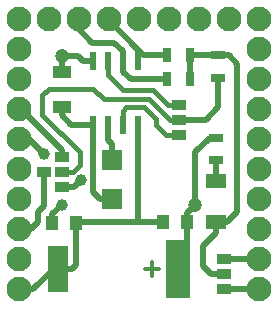
<source format=gbr>
G04 #@! TF.FileFunction,Copper,L1,Top,Signal*
%FSLAX46Y46*%
G04 Gerber Fmt 4.6, Leading zero omitted, Abs format (unit mm)*
G04 Created by KiCad (PCBNEW 4.0.6) date 04/09/19 20:00:22*
%MOMM*%
%LPD*%
G01*
G04 APERTURE LIST*
%ADD10C,0.100000*%
%ADD11C,0.300000*%
%ADD12C,2.100000*%
%ADD13R,1.270000X0.970000*%
%ADD14R,1.800000X1.750000*%
%ADD15R,1.700000X1.300000*%
%ADD16R,0.600000X1.550000*%
%ADD17R,1.300000X0.700000*%
%ADD18R,1.000000X1.250000*%
%ADD19R,0.700000X1.300000*%
%ADD20R,1.600000X1.000000*%
%ADD21R,2.000000X5.000000*%
%ADD22R,1.700000X4.000000*%
%ADD23C,1.200000*%
%ADD24C,1.000000*%
%ADD25C,0.500000*%
%ADD26C,0.400000*%
G04 APERTURE END LIST*
D10*
D11*
X153086028Y-86444143D02*
X151943171Y-86444143D01*
X152514600Y-87015571D02*
X152514600Y-85872714D01*
X153086028Y-86444143D02*
X151943171Y-86444143D01*
X152514600Y-87015571D02*
X152514600Y-85872714D01*
D12*
X161561000Y-67845000D03*
X161561000Y-70385000D03*
X161561000Y-72925000D03*
X161561000Y-75465000D03*
X161561000Y-78005000D03*
X161561000Y-80545000D03*
X161561000Y-83085000D03*
X161561000Y-85625000D03*
X161561000Y-88165000D03*
X161561000Y-65305000D03*
X159021000Y-65305000D03*
X156481000Y-65305000D03*
X153941000Y-65305000D03*
X151401000Y-65305000D03*
X148861000Y-65305000D03*
X146321000Y-65305000D03*
X143781000Y-65305000D03*
X141241000Y-65305000D03*
X141241000Y-67845000D03*
X141241000Y-70385000D03*
X141241000Y-72925000D03*
X141241000Y-75465000D03*
X141241000Y-78005000D03*
X141241000Y-80545000D03*
X141241000Y-83085000D03*
X141241000Y-85625000D03*
X141241000Y-88165000D03*
D13*
X154749800Y-72570200D03*
X154749800Y-73840200D03*
X154749800Y-75110200D03*
D14*
X149111000Y-77244400D03*
X149111000Y-80494400D03*
D15*
X157899400Y-78999000D03*
X157899400Y-82499000D03*
D16*
X147510800Y-74254200D03*
X148780800Y-74254200D03*
X150050800Y-74254200D03*
X151320800Y-74254200D03*
X151320800Y-68854200D03*
X150050800Y-68854200D03*
X148780800Y-68854200D03*
X147510800Y-68854200D03*
D17*
X158102600Y-68369000D03*
X158102600Y-70269000D03*
D18*
X144047000Y-82527000D03*
X146047000Y-82527000D03*
D13*
X158610600Y-88165800D03*
X158610600Y-86895800D03*
X158610600Y-85625800D03*
X154749800Y-72570200D03*
X154749800Y-73840200D03*
X154749800Y-75110200D03*
D19*
X155699800Y-70385800D03*
X153799800Y-70385800D03*
X155699800Y-68303000D03*
X153799800Y-68303000D03*
D20*
X144843800Y-69749400D03*
X144843800Y-72749400D03*
D21*
X154688200Y-86478600D03*
D22*
X144538200Y-86438600D03*
D18*
X155495000Y-82476200D03*
X153395000Y-82476200D03*
D17*
X157899400Y-77228600D03*
X157899400Y-75328600D03*
D13*
X144894600Y-76989800D03*
X144894600Y-78259800D03*
X144894600Y-79529800D03*
X143344600Y-78259800D03*
D23*
X144843800Y-68455400D03*
D24*
X144843800Y-81003000D03*
D23*
X156121400Y-81003000D03*
X156121400Y-81003000D03*
D24*
X144843800Y-81003000D03*
X143341000Y-76735000D03*
X146481000Y-78955000D03*
D25*
X154688200Y-86478600D02*
X154688200Y-85484200D01*
X155495000Y-84067800D02*
X155495000Y-82476200D01*
X154688200Y-84874600D02*
X155495000Y-84067800D01*
X154688200Y-86478600D02*
X154688200Y-84874600D01*
X155495000Y-81680200D02*
X155495000Y-82476200D01*
X156121400Y-81053800D02*
X155495000Y-81680200D01*
X156121400Y-76583400D02*
X156121400Y-81053800D01*
X157376200Y-75328600D02*
X156121400Y-76583400D01*
X157899400Y-75328600D02*
X157376200Y-75328600D01*
X144843800Y-81003000D02*
X144047000Y-81799800D01*
X144047000Y-81799800D02*
X144047000Y-82527000D01*
X144843800Y-69749400D02*
X144843800Y-68455400D01*
X146665000Y-68854200D02*
X146266200Y-68455400D01*
X146266200Y-68455400D02*
X144843800Y-68455400D01*
X147510800Y-68854200D02*
X146665000Y-68854200D01*
X147510800Y-68854200D02*
X146665000Y-68854200D01*
X146266200Y-68455400D02*
X144843800Y-68455400D01*
X146665000Y-68854200D02*
X146266200Y-68455400D01*
X144843800Y-69749400D02*
X144843800Y-68455400D01*
X144047000Y-81799800D02*
X144047000Y-82527000D01*
X144843800Y-81003000D02*
X144047000Y-81799800D01*
X157899400Y-75328600D02*
X157376200Y-75328600D01*
X157376200Y-75328600D02*
X156121400Y-76583400D01*
X156121400Y-76583400D02*
X156121400Y-81053800D01*
X156121400Y-81053800D02*
X155495000Y-81680200D01*
X155495000Y-81680200D02*
X155495000Y-82476200D01*
X154688200Y-86478600D02*
X154688200Y-84874600D01*
X154688200Y-84874600D02*
X155495000Y-84067800D01*
X155495000Y-84067800D02*
X155495000Y-82476200D01*
X154688200Y-86478600D02*
X154688200Y-85484200D01*
X144538200Y-86438600D02*
X144183400Y-86438600D01*
X144183400Y-86438600D02*
X142456200Y-88165800D01*
X142456200Y-88165800D02*
X141237000Y-88165800D01*
X145707400Y-86438600D02*
X144538200Y-86438600D01*
X146063000Y-86083000D02*
X145707400Y-86438600D01*
X146063000Y-82511000D02*
X146063000Y-86083000D01*
X146097800Y-82476200D02*
X146063000Y-82511000D01*
X146097800Y-82476200D02*
X146063000Y-82511000D01*
X146063000Y-82511000D02*
X146063000Y-86083000D01*
X146063000Y-86083000D02*
X145707400Y-86438600D01*
X145707400Y-86438600D02*
X144538200Y-86438600D01*
X142456200Y-88165800D02*
X141237000Y-88165800D01*
X144183400Y-86438600D02*
X142456200Y-88165800D01*
X144538200Y-86438600D02*
X144183400Y-86438600D01*
X151320800Y-82476200D02*
X146097800Y-82476200D01*
X151320800Y-74254200D02*
X151320800Y-82476200D01*
X151320800Y-74254200D02*
X151320800Y-82476200D01*
X151320800Y-82476200D02*
X146097800Y-82476200D01*
X153395000Y-82476200D02*
X151320800Y-82476200D01*
X153395000Y-82476200D02*
X151320800Y-82476200D01*
X144843800Y-73433800D02*
X145664200Y-74254200D01*
X145664200Y-74254200D02*
X147510800Y-74254200D01*
X144843800Y-72749400D02*
X144843800Y-73433800D01*
X148094400Y-80494400D02*
X147510800Y-79910800D01*
X147510800Y-79910800D02*
X147510800Y-74254200D01*
X149111000Y-80494400D02*
X148094400Y-80494400D01*
X149111000Y-80494400D02*
X148094400Y-80494400D01*
X147510800Y-79910800D02*
X147510800Y-74254200D01*
X148094400Y-80494400D02*
X147510800Y-79910800D01*
X144843800Y-72749400D02*
X144843800Y-73433800D01*
X145664200Y-74254200D02*
X147510800Y-74254200D01*
X144843800Y-73433800D02*
X145664200Y-74254200D01*
X155699800Y-68303000D02*
X155765800Y-68369000D01*
X155699800Y-70385800D02*
X155699800Y-68303000D01*
X157899400Y-83390600D02*
X157899400Y-82499000D01*
X156781800Y-84508200D02*
X157899400Y-83390600D01*
X156781800Y-86184600D02*
X156781800Y-84508200D01*
X157493000Y-86895800D02*
X156781800Y-86184600D01*
X158610600Y-86895800D02*
X157493000Y-86895800D01*
X158887400Y-82499000D02*
X159728200Y-81658200D01*
X159728200Y-81658200D02*
X159728200Y-69065000D01*
X157899400Y-82499000D02*
X158887400Y-82499000D01*
X159728200Y-69065000D02*
X159032200Y-68369000D01*
X159032200Y-68369000D02*
X158102600Y-68369000D01*
X155765800Y-68369000D02*
X158102600Y-68369000D01*
X155765800Y-68369000D02*
X158102600Y-68369000D01*
X159032200Y-68369000D02*
X158102600Y-68369000D01*
X159728200Y-69065000D02*
X159032200Y-68369000D01*
X157899400Y-82499000D02*
X158887400Y-82499000D01*
X159728200Y-81658200D02*
X159728200Y-69065000D01*
X158887400Y-82499000D02*
X159728200Y-81658200D01*
X158610600Y-86895800D02*
X157493000Y-86895800D01*
X157493000Y-86895800D02*
X156781800Y-86184600D01*
X156781800Y-86184600D02*
X156781800Y-84508200D01*
X156781800Y-84508200D02*
X157899400Y-83390600D01*
X157899400Y-83390600D02*
X157899400Y-82499000D01*
X155699800Y-70385800D02*
X155699800Y-68303000D01*
X155699800Y-68303000D02*
X155765800Y-68369000D01*
X150050800Y-68023600D02*
X150050800Y-68854200D01*
X149314200Y-67287000D02*
X150050800Y-68023600D01*
X147434600Y-67287000D02*
X149314200Y-67287000D01*
X146317000Y-66169400D02*
X147434600Y-67287000D01*
X146317000Y-65204200D02*
X146317000Y-66169400D01*
X150050800Y-69750800D02*
X150685800Y-70385800D01*
X150685800Y-70385800D02*
X153799800Y-70385800D01*
X150050800Y-68854200D02*
X150050800Y-69750800D01*
X150050800Y-68854200D02*
X150050800Y-69750800D01*
X150685800Y-70385800D02*
X153799800Y-70385800D01*
X150050800Y-69750800D02*
X150685800Y-70385800D01*
X146317000Y-65204200D02*
X146317000Y-66169400D01*
X146317000Y-66169400D02*
X147434600Y-67287000D01*
X147434600Y-67287000D02*
X149314200Y-67287000D01*
X149314200Y-67287000D02*
X150050800Y-68023600D01*
X150050800Y-68023600D02*
X150050800Y-68854200D01*
X151320800Y-67871200D02*
X151320800Y-68854200D01*
X148857000Y-65407400D02*
X151320800Y-67871200D01*
X148857000Y-65204200D02*
X148857000Y-65407400D01*
X151752600Y-68303000D02*
X151320800Y-67871200D01*
X153799800Y-68303000D02*
X151752600Y-68303000D01*
X153799800Y-68303000D02*
X151752600Y-68303000D01*
X151752600Y-68303000D02*
X151320800Y-67871200D01*
X148857000Y-65204200D02*
X148857000Y-65407400D01*
X148857000Y-65407400D02*
X151320800Y-67871200D01*
X151320800Y-67871200D02*
X151320800Y-68854200D01*
X149238000Y-77117400D02*
X149111000Y-77244400D01*
X148780800Y-75542000D02*
X149111000Y-75872200D01*
X149111000Y-75872200D02*
X149111000Y-77244400D01*
X148780800Y-74254200D02*
X148780800Y-75542000D01*
X148780800Y-74254200D02*
X148780800Y-75542000D01*
X149111000Y-75872200D02*
X149111000Y-77244400D01*
X148780800Y-75542000D02*
X149111000Y-75872200D01*
X149238000Y-77117400D02*
X149111000Y-77244400D01*
D26*
X150050800Y-73052800D02*
X150050800Y-74254200D01*
X150330200Y-72773400D02*
X150050800Y-73052800D01*
X151803400Y-72773400D02*
X150330200Y-72773400D01*
X152819400Y-73789400D02*
X151803400Y-72773400D01*
X152819400Y-74246600D02*
X152819400Y-73789400D01*
X153683000Y-75110200D02*
X152819400Y-74246600D01*
X154749800Y-75110200D02*
X153683000Y-75110200D01*
X154749800Y-75110200D02*
X153683000Y-75110200D01*
X153683000Y-75110200D02*
X152819400Y-74246600D01*
X152819400Y-74246600D02*
X152819400Y-73789400D01*
X152819400Y-73789400D02*
X151803400Y-72773400D01*
X151803400Y-72773400D02*
X150330200Y-72773400D01*
X150330200Y-72773400D02*
X150050800Y-73052800D01*
X150050800Y-73052800D02*
X150050800Y-74254200D01*
X148780800Y-70004800D02*
X148780800Y-68854200D01*
X150076200Y-71300200D02*
X148780800Y-70004800D01*
X152565400Y-71300200D02*
X150076200Y-71300200D01*
X153835400Y-72570200D02*
X152565400Y-71300200D01*
X154749800Y-72570200D02*
X153835400Y-72570200D01*
X154749800Y-72570200D02*
X153835400Y-72570200D01*
X153835400Y-72570200D02*
X152565400Y-71300200D01*
X152565400Y-71300200D02*
X150076200Y-71300200D01*
X150076200Y-71300200D02*
X148780800Y-70004800D01*
X148780800Y-70004800D02*
X148780800Y-68854200D01*
D25*
X158610600Y-88165800D02*
X161557000Y-88165800D01*
X158610600Y-88165800D02*
X161557000Y-88165800D01*
X158610600Y-85625800D02*
X161557000Y-85625800D01*
X158610600Y-85625800D02*
X161557000Y-85625800D01*
X144894600Y-76380200D02*
X141440200Y-72925800D01*
X141440200Y-72925800D02*
X141237000Y-72925800D01*
X144894600Y-76989800D02*
X144894600Y-76380200D01*
X144894600Y-76989800D02*
X144894600Y-76380200D01*
X141440200Y-72925800D02*
X141237000Y-72925800D01*
X144894600Y-76380200D02*
X141440200Y-72925800D01*
X142071000Y-75465000D02*
X143341000Y-76735000D01*
X145926200Y-79529800D02*
X146481000Y-78955000D01*
X145926200Y-79529800D02*
X144894600Y-79529800D01*
X142071000Y-75465000D02*
X141241000Y-75465000D01*
X143344600Y-78259800D02*
X143344600Y-81131400D01*
X142871000Y-82495000D02*
X142281000Y-83085000D01*
X142871000Y-81605000D02*
X142871000Y-82495000D01*
X143344600Y-81131400D02*
X142871000Y-81605000D01*
X142281000Y-83085000D02*
X141241000Y-83085000D01*
D26*
X146418600Y-76583400D02*
X146418600Y-77650200D01*
X146418600Y-77650200D02*
X145809000Y-78259800D01*
X145809000Y-78259800D02*
X144894600Y-78259800D01*
X145809000Y-78259800D02*
X144894600Y-78259800D01*
X146418600Y-77650200D02*
X145809000Y-78259800D01*
X146418600Y-76583400D02*
X146418600Y-77650200D01*
X154048198Y-73840200D02*
X152270198Y-72062200D01*
X152270198Y-72062200D02*
X148399800Y-72062200D01*
X148399800Y-72062200D02*
X147536200Y-71198600D01*
X147536200Y-71198600D02*
X143777000Y-71198600D01*
X143777000Y-71198600D02*
X143218200Y-71757400D01*
X143218200Y-71757400D02*
X143218200Y-73383000D01*
X143218200Y-73383000D02*
X146418600Y-76583400D01*
X154749800Y-73840200D02*
X154048198Y-73840200D01*
D25*
X154749800Y-73840200D02*
X156985000Y-73840200D01*
X156985000Y-73840200D02*
X157035800Y-73840200D01*
X157035800Y-73840200D02*
X158102600Y-72773400D01*
X158102600Y-72773400D02*
X158102600Y-70269000D01*
X158102600Y-72773400D02*
X158102600Y-70269000D01*
X157035800Y-73840200D02*
X158102600Y-72773400D01*
X156985000Y-73840200D02*
X157035800Y-73840200D01*
X154749800Y-73840200D02*
X156985000Y-73840200D01*
D26*
X154749800Y-73840200D02*
X154048198Y-73840200D01*
X143218200Y-73383000D02*
X146418600Y-76583400D01*
X143218200Y-71757400D02*
X143218200Y-73383000D01*
X143777000Y-71198600D02*
X143218200Y-71757400D01*
X147536200Y-71198600D02*
X143777000Y-71198600D01*
X148399800Y-72062200D02*
X147536200Y-71198600D01*
X152270198Y-72062200D02*
X148399800Y-72062200D01*
X154048198Y-73840200D02*
X152270198Y-72062200D01*
D25*
X157611800Y-78999000D02*
X157899400Y-78999000D01*
X157899400Y-77228600D02*
X157899400Y-78999000D01*
X157899400Y-77228600D02*
X157899400Y-78999000D01*
X157611800Y-78999000D02*
X157899400Y-78999000D01*
M02*

</source>
